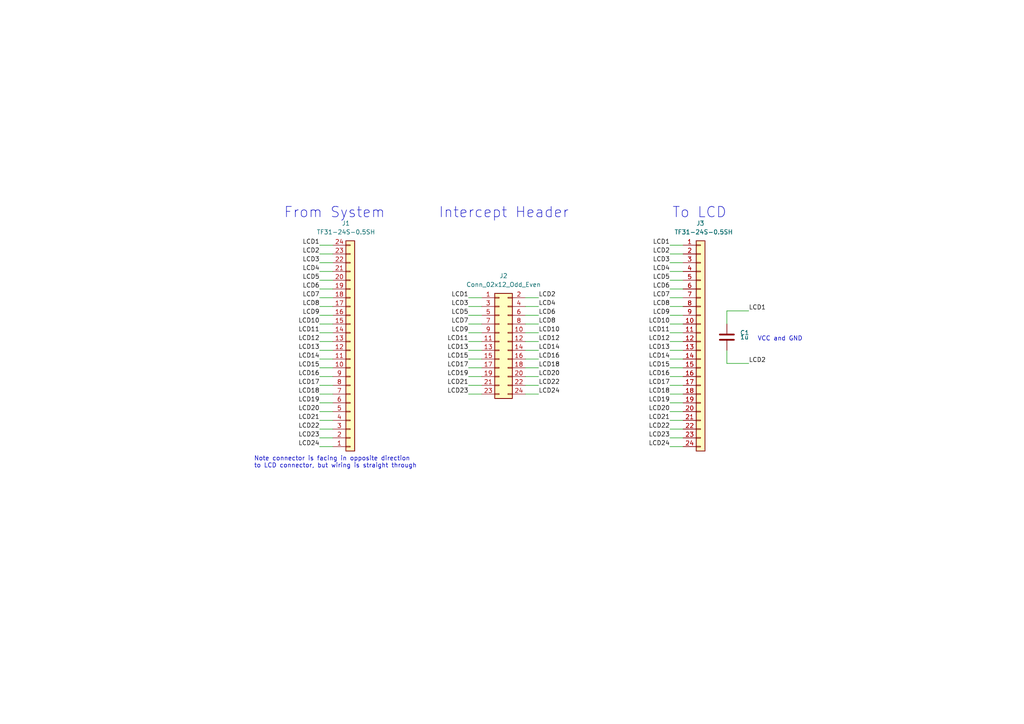
<source format=kicad_sch>
(kicad_sch (version 20201015) (generator eeschema)
  (paper "A4")
  (lib_symbols
    (symbol "Connector_Generic:Conn_01x24" (pin_names (offset 1.016) hide)
      (property "Reference" "J" (at 0 30.48 0))
      (property "Value" "Conn_01x24" (at 0 -33.02 0))
      (symbol "Conn_01x24_1_1"
        (rectangle (start -1.27 -27.813) (end 0 -28.067) (stroke (width 0.1524)))
        (rectangle (start -1.27 -30.353) (end 0 -30.607) (stroke (width 0.1524)))
        (rectangle (start -1.27 -4.953) (end 0 -5.207) (stroke (width 0.1524)))
        (rectangle (start -1.27 -7.493) (end 0 -7.747) (stroke (width 0.1524)))
        (rectangle (start -1.27 -10.033) (end 0 -10.287) (stroke (width 0.1524)))
        (rectangle (start -1.27 -12.573) (end 0 -12.827) (stroke (width 0.1524)))
        (rectangle (start -1.27 -15.113) (end 0 -15.367) (stroke (width 0.1524)))
        (rectangle (start -1.27 -17.653) (end 0 -17.907) (stroke (width 0.1524)))
        (rectangle (start -1.27 -20.193) (end 0 -20.447) (stroke (width 0.1524)))
        (rectangle (start -1.27 -22.733) (end 0 -22.987) (stroke (width 0.1524)))
        (rectangle (start -1.27 -2.413) (end 0 -2.667) (stroke (width 0.1524)))
        (rectangle (start -1.27 -25.273) (end 0 -25.527) (stroke (width 0.1524)))
        (rectangle (start -1.27 25.527) (end 0 25.273) (stroke (width 0.1524)))
        (rectangle (start -1.27 2.667) (end 0 2.413) (stroke (width 0.1524)))
        (rectangle (start -1.27 28.067) (end 0 27.813) (stroke (width 0.1524)))
        (rectangle (start -1.27 29.21) (end 1.27 -31.75) (stroke (width 0.254)) (fill (type background)))
        (rectangle (start -1.27 5.207) (end 0 4.953) (stroke (width 0.1524)))
        (rectangle (start -1.27 7.747) (end 0 7.493) (stroke (width 0.1524)))
        (rectangle (start -1.27 10.287) (end 0 10.033) (stroke (width 0.1524)))
        (rectangle (start -1.27 0.127) (end 0 -0.127) (stroke (width 0.1524)))
        (rectangle (start -1.27 12.827) (end 0 12.573) (stroke (width 0.1524)))
        (rectangle (start -1.27 15.367) (end 0 15.113) (stroke (width 0.1524)))
        (rectangle (start -1.27 17.907) (end 0 17.653) (stroke (width 0.1524)))
        (rectangle (start -1.27 20.447) (end 0 20.193) (stroke (width 0.1524)))
        (rectangle (start -1.27 22.987) (end 0 22.733) (stroke (width 0.1524)))
        (pin passive line (at -5.08 27.94 0) (length 3.81) (name "Pin_1") (number "1"))
        (pin passive line (at -5.08 5.08 0) (length 3.81) (name "Pin_10") (number "10"))
        (pin passive line (at -5.08 2.54 0) (length 3.81) (name "Pin_11") (number "11"))
        (pin passive line (at -5.08 0 0) (length 3.81) (name "Pin_12") (number "12"))
        (pin passive line (at -5.08 -2.54 0) (length 3.81) (name "Pin_13") (number "13"))
        (pin passive line (at -5.08 -5.08 0) (length 3.81) (name "Pin_14") (number "14"))
        (pin passive line (at -5.08 -7.62 0) (length 3.81) (name "Pin_15") (number "15"))
        (pin passive line (at -5.08 -10.16 0) (length 3.81) (name "Pin_16") (number "16"))
        (pin passive line (at -5.08 -12.7 0) (length 3.81) (name "Pin_17") (number "17"))
        (pin passive line (at -5.08 -15.24 0) (length 3.81) (name "Pin_18") (number "18"))
        (pin passive line (at -5.08 -17.78 0) (length 3.81) (name "Pin_19") (number "19"))
        (pin passive line (at -5.08 25.4 0) (length 3.81) (name "Pin_2") (number "2"))
        (pin passive line (at -5.08 -20.32 0) (length 3.81) (name "Pin_20") (number "20"))
        (pin passive line (at -5.08 -22.86 0) (length 3.81) (name "Pin_21") (number "21"))
        (pin passive line (at -5.08 -25.4 0) (length 3.81) (name "Pin_22") (number "22"))
        (pin passive line (at -5.08 -27.94 0) (length 3.81) (name "Pin_23") (number "23"))
        (pin passive line (at -5.08 -30.48 0) (length 3.81) (name "Pin_24") (number "24"))
        (pin passive line (at -5.08 22.86 0) (length 3.81) (name "Pin_3") (number "3"))
        (pin passive line (at -5.08 20.32 0) (length 3.81) (name "Pin_4") (number "4"))
        (pin passive line (at -5.08 17.78 0) (length 3.81) (name "Pin_5") (number "5"))
        (pin passive line (at -5.08 15.24 0) (length 3.81) (name "Pin_6") (number "6"))
        (pin passive line (at -5.08 12.7 0) (length 3.81) (name "Pin_7") (number "7"))
        (pin passive line (at -5.08 10.16 0) (length 3.81) (name "Pin_8") (number "8"))
        (pin passive line (at -5.08 7.62 0) (length 3.81) (name "Pin_9") (number "9"))
      )
    )
    (symbol "Connector_Generic:Conn_02x12_Odd_Even" (pin_names (offset 1.016) hide)
      (property "Reference" "J" (at 1.27 15.24 0))
      (property "Value" "Conn_02x12_Odd_Even" (at 1.27 -17.78 0))
      (symbol "Conn_02x12_Odd_Even_1_1"
        (rectangle (start -1.27 -4.953) (end 0 -5.207) (stroke (width 0.1524)))
        (rectangle (start -1.27 -7.493) (end 0 -7.747) (stroke (width 0.1524)))
        (rectangle (start -1.27 -10.033) (end 0 -10.287) (stroke (width 0.1524)))
        (rectangle (start -1.27 -12.573) (end 0 -12.827) (stroke (width 0.1524)))
        (rectangle (start -1.27 -15.113) (end 0 -15.367) (stroke (width 0.1524)))
        (rectangle (start -1.27 -2.413) (end 0 -2.667) (stroke (width 0.1524)))
        (rectangle (start -1.27 2.667) (end 0 2.413) (stroke (width 0.1524)))
        (rectangle (start -1.27 5.207) (end 0 4.953) (stroke (width 0.1524)))
        (rectangle (start -1.27 7.747) (end 0 7.493) (stroke (width 0.1524)))
        (rectangle (start -1.27 10.287) (end 0 10.033) (stroke (width 0.1524)))
        (rectangle (start -1.27 0.127) (end 0 -0.127) (stroke (width 0.1524)))
        (rectangle (start -1.27 12.827) (end 0 12.573) (stroke (width 0.1524)))
        (rectangle (start -1.27 13.97) (end 3.81 -16.51) (stroke (width 0.254)) (fill (type background)))
        (rectangle (start 3.81 -4.953) (end 2.54 -5.207) (stroke (width 0.1524)))
        (rectangle (start 3.81 -7.493) (end 2.54 -7.747) (stroke (width 0.1524)))
        (rectangle (start 3.81 -10.033) (end 2.54 -10.287) (stroke (width 0.1524)))
        (rectangle (start 3.81 -12.573) (end 2.54 -12.827) (stroke (width 0.1524)))
        (rectangle (start 3.81 -15.113) (end 2.54 -15.367) (stroke (width 0.1524)))
        (rectangle (start 3.81 -2.413) (end 2.54 -2.667) (stroke (width 0.1524)))
        (rectangle (start 3.81 2.667) (end 2.54 2.413) (stroke (width 0.1524)))
        (rectangle (start 3.81 5.207) (end 2.54 4.953) (stroke (width 0.1524)))
        (rectangle (start 3.81 7.747) (end 2.54 7.493) (stroke (width 0.1524)))
        (rectangle (start 3.81 10.287) (end 2.54 10.033) (stroke (width 0.1524)))
        (rectangle (start 3.81 0.127) (end 2.54 -0.127) (stroke (width 0.1524)))
        (rectangle (start 3.81 12.827) (end 2.54 12.573) (stroke (width 0.1524)))
        (pin passive line (at -5.08 12.7 0) (length 3.81) (name "Pin_1") (number "1"))
        (pin passive line (at 7.62 2.54 180) (length 3.81) (name "Pin_10") (number "10"))
        (pin passive line (at -5.08 0 0) (length 3.81) (name "Pin_11") (number "11"))
        (pin passive line (at 7.62 0 180) (length 3.81) (name "Pin_12") (number "12"))
        (pin passive line (at -5.08 -2.54 0) (length 3.81) (name "Pin_13") (number "13"))
        (pin passive line (at 7.62 -2.54 180) (length 3.81) (name "Pin_14") (number "14"))
        (pin passive line (at -5.08 -5.08 0) (length 3.81) (name "Pin_15") (number "15"))
        (pin passive line (at 7.62 -5.08 180) (length 3.81) (name "Pin_16") (number "16"))
        (pin passive line (at -5.08 -7.62 0) (length 3.81) (name "Pin_17") (number "17"))
        (pin passive line (at 7.62 -7.62 180) (length 3.81) (name "Pin_18") (number "18"))
        (pin passive line (at -5.08 -10.16 0) (length 3.81) (name "Pin_19") (number "19"))
        (pin passive line (at 7.62 12.7 180) (length 3.81) (name "Pin_2") (number "2"))
        (pin passive line (at 7.62 -10.16 180) (length 3.81) (name "Pin_20") (number "20"))
        (pin passive line (at -5.08 -12.7 0) (length 3.81) (name "Pin_21") (number "21"))
        (pin passive line (at 7.62 -12.7 180) (length 3.81) (name "Pin_22") (number "22"))
        (pin passive line (at -5.08 -15.24 0) (length 3.81) (name "Pin_23") (number "23"))
        (pin passive line (at 7.62 -15.24 180) (length 3.81) (name "Pin_24") (number "24"))
        (pin passive line (at -5.08 10.16 0) (length 3.81) (name "Pin_3") (number "3"))
        (pin passive line (at 7.62 10.16 180) (length 3.81) (name "Pin_4") (number "4"))
        (pin passive line (at -5.08 7.62 0) (length 3.81) (name "Pin_5") (number "5"))
        (pin passive line (at 7.62 7.62 180) (length 3.81) (name "Pin_6") (number "6"))
        (pin passive line (at -5.08 5.08 0) (length 3.81) (name "Pin_7") (number "7"))
        (pin passive line (at 7.62 5.08 180) (length 3.81) (name "Pin_8") (number "8"))
        (pin passive line (at -5.08 2.54 0) (length 3.81) (name "Pin_9") (number "9"))
      )
    )
    (symbol "Device:C" (pin_numbers hide) (pin_names (offset 0.254))
      (property "Reference" "C" (at 0.635 2.54 0))
      (property "Value" "C" (at 0.635 -2.54 0))
      (symbol "C_0_1"
        (polyline (pts (xy -2.032 -0.762) (xy 2.032 -0.762)) (stroke (width 0.508)))
        (polyline (pts (xy -2.032 0.762) (xy 2.032 0.762)) (stroke (width 0.508)))
      )
      (symbol "C_1_1"
        (pin passive line (at 0 3.81 270) (length 2.794) (name "~") (number "1"))
        (pin passive line (at 0 -3.81 90) (length 2.794) (name "~") (number "2"))
      )
    )
  )
  (wire (pts (xy 92.71 71.12) (xy 96.52 71.12)))
  (wire (pts (xy 92.71 73.66) (xy 96.52 73.66)))
  (wire (pts (xy 92.71 76.2) (xy 96.52 76.2)))
  (wire (pts (xy 92.71 78.74) (xy 96.52 78.74)))
  (wire (pts (xy 92.71 81.28) (xy 96.52 81.28)))
  (wire (pts (xy 92.71 83.82) (xy 96.52 83.82)))
  (wire (pts (xy 92.71 86.36) (xy 96.52 86.36)))
  (wire (pts (xy 92.71 88.9) (xy 96.52 88.9)))
  (wire (pts (xy 92.71 91.44) (xy 96.52 91.44)))
  (wire (pts (xy 92.71 93.98) (xy 96.52 93.98)))
  (wire (pts (xy 92.71 96.52) (xy 96.52 96.52)))
  (wire (pts (xy 92.71 99.06) (xy 96.52 99.06)))
  (wire (pts (xy 92.71 101.6) (xy 96.52 101.6)))
  (wire (pts (xy 92.71 104.14) (xy 96.52 104.14)))
  (wire (pts (xy 92.71 106.68) (xy 96.52 106.68)))
  (wire (pts (xy 92.71 109.22) (xy 96.52 109.22)))
  (wire (pts (xy 92.71 111.76) (xy 96.52 111.76)))
  (wire (pts (xy 92.71 114.3) (xy 96.52 114.3)))
  (wire (pts (xy 92.71 116.84) (xy 96.52 116.84)))
  (wire (pts (xy 92.71 119.38) (xy 96.52 119.38)))
  (wire (pts (xy 92.71 121.92) (xy 96.52 121.92)))
  (wire (pts (xy 92.71 124.46) (xy 96.52 124.46)))
  (wire (pts (xy 92.71 127) (xy 96.52 127)))
  (wire (pts (xy 92.71 129.54) (xy 96.52 129.54)))
  (wire (pts (xy 135.89 86.36) (xy 139.7 86.36)))
  (wire (pts (xy 135.89 88.9) (xy 139.7 88.9)))
  (wire (pts (xy 135.89 91.44) (xy 139.7 91.44)))
  (wire (pts (xy 135.89 93.98) (xy 139.7 93.98)))
  (wire (pts (xy 135.89 96.52) (xy 139.7 96.52)))
  (wire (pts (xy 135.89 99.06) (xy 139.7 99.06)))
  (wire (pts (xy 135.89 101.6) (xy 139.7 101.6)))
  (wire (pts (xy 135.89 104.14) (xy 139.7 104.14)))
  (wire (pts (xy 135.89 106.68) (xy 139.7 106.68)))
  (wire (pts (xy 135.89 109.22) (xy 139.7 109.22)))
  (wire (pts (xy 135.89 111.76) (xy 139.7 111.76)))
  (wire (pts (xy 135.89 114.3) (xy 139.7 114.3)))
  (wire (pts (xy 152.4 86.36) (xy 156.21 86.36)))
  (wire (pts (xy 152.4 88.9) (xy 156.21 88.9)))
  (wire (pts (xy 152.4 91.44) (xy 156.21 91.44)))
  (wire (pts (xy 152.4 93.98) (xy 156.21 93.98)))
  (wire (pts (xy 152.4 96.52) (xy 156.21 96.52)))
  (wire (pts (xy 152.4 99.06) (xy 156.21 99.06)))
  (wire (pts (xy 152.4 101.6) (xy 156.21 101.6)))
  (wire (pts (xy 152.4 104.14) (xy 156.21 104.14)))
  (wire (pts (xy 152.4 106.68) (xy 156.21 106.68)))
  (wire (pts (xy 152.4 109.22) (xy 156.21 109.22)))
  (wire (pts (xy 152.4 111.76) (xy 156.21 111.76)))
  (wire (pts (xy 152.4 114.3) (xy 156.21 114.3)))
  (wire (pts (xy 194.31 71.12) (xy 198.12 71.12)))
  (wire (pts (xy 194.31 73.66) (xy 198.12 73.66)))
  (wire (pts (xy 194.31 76.2) (xy 198.12 76.2)))
  (wire (pts (xy 194.31 78.74) (xy 198.12 78.74)))
  (wire (pts (xy 194.31 81.28) (xy 198.12 81.28)))
  (wire (pts (xy 194.31 83.82) (xy 198.12 83.82)))
  (wire (pts (xy 194.31 86.36) (xy 198.12 86.36)))
  (wire (pts (xy 194.31 88.9) (xy 198.12 88.9)))
  (wire (pts (xy 194.31 91.44) (xy 198.12 91.44)))
  (wire (pts (xy 194.31 93.98) (xy 198.12 93.98)))
  (wire (pts (xy 194.31 96.52) (xy 198.12 96.52)))
  (wire (pts (xy 194.31 99.06) (xy 198.12 99.06)))
  (wire (pts (xy 194.31 101.6) (xy 198.12 101.6)))
  (wire (pts (xy 194.31 104.14) (xy 198.12 104.14)))
  (wire (pts (xy 194.31 106.68) (xy 198.12 106.68)))
  (wire (pts (xy 194.31 109.22) (xy 198.12 109.22)))
  (wire (pts (xy 194.31 111.76) (xy 198.12 111.76)))
  (wire (pts (xy 194.31 114.3) (xy 198.12 114.3)))
  (wire (pts (xy 194.31 116.84) (xy 198.12 116.84)))
  (wire (pts (xy 194.31 119.38) (xy 198.12 119.38)))
  (wire (pts (xy 194.31 121.92) (xy 198.12 121.92)))
  (wire (pts (xy 194.31 124.46) (xy 198.12 124.46)))
  (wire (pts (xy 194.31 127) (xy 198.12 127)))
  (wire (pts (xy 194.31 129.54) (xy 198.12 129.54)))
  (wire (pts (xy 210.82 90.17) (xy 217.17 90.17)))
  (wire (pts (xy 210.82 93.98) (xy 210.82 90.17)))
  (wire (pts (xy 210.82 101.6) (xy 210.82 105.41)))
  (wire (pts (xy 210.82 105.41) (xy 217.17 105.41)))
  (text "Note connector is facing in opposite direction\nto LCD connector, but wiring is straight through" (at 73.66 135.89 0) (effects (font (size 1.27 1.27)) (justify left bottom)))
  (text "From System\n" (at 111.76 63.5 180) (effects (font (size 3 3)) (justify right bottom)))
  (text "Intercept Header" (at 165.1 63.5 180) (effects (font (size 3 3)) (justify right bottom)))
  (text "To LCD" (at 210.82 63.5 180) (effects (font (size 3 3)) (justify right bottom)))
  (text "VCC and GND" (at 219.71 99.06 0) (effects (font (size 1.27 1.27)) (justify left bottom)))
  (label "LCD1" (at 92.71 71.12 180))
  (label "LCD2" (at 92.71 73.66 180))
  (label "LCD3" (at 92.71 76.2 180))
  (label "LCD4" (at 92.71 78.74 180))
  (label "LCD5" (at 92.71 81.28 180))
  (label "LCD6" (at 92.71 83.82 180))
  (label "LCD7" (at 92.71 86.36 180))
  (label "LCD8" (at 92.71 88.9 180))
  (label "LCD9" (at 92.71 91.44 180))
  (label "LCD10" (at 92.71 93.98 180))
  (label "LCD11" (at 92.71 96.52 180))
  (label "LCD12" (at 92.71 99.06 180))
  (label "LCD13" (at 92.71 101.6 180))
  (label "LCD14" (at 92.71 104.14 180))
  (label "LCD15" (at 92.71 106.68 180))
  (label "LCD16" (at 92.71 109.22 180))
  (label "LCD17" (at 92.71 111.76 180))
  (label "LCD18" (at 92.71 114.3 180))
  (label "LCD19" (at 92.71 116.84 180))
  (label "LCD20" (at 92.71 119.38 180))
  (label "LCD21" (at 92.71 121.92 180))
  (label "LCD22" (at 92.71 124.46 180))
  (label "LCD23" (at 92.71 127 180))
  (label "LCD24" (at 92.71 129.54 180))
  (label "LCD1" (at 135.89 86.36 180))
  (label "LCD3" (at 135.89 88.9 180))
  (label "LCD5" (at 135.89 91.44 180))
  (label "LCD7" (at 135.89 93.98 180))
  (label "LCD9" (at 135.89 96.52 180))
  (label "LCD11" (at 135.89 99.06 180))
  (label "LCD13" (at 135.89 101.6 180))
  (label "LCD15" (at 135.89 104.14 180))
  (label "LCD17" (at 135.89 106.68 180))
  (label "LCD19" (at 135.89 109.22 180))
  (label "LCD21" (at 135.89 111.76 180))
  (label "LCD23" (at 135.89 114.3 180))
  (label "LCD2" (at 156.21 86.36 0))
  (label "LCD4" (at 156.21 88.9 0))
  (label "LCD6" (at 156.21 91.44 0))
  (label "LCD8" (at 156.21 93.98 0))
  (label "LCD10" (at 156.21 96.52 0))
  (label "LCD12" (at 156.21 99.06 0))
  (label "LCD14" (at 156.21 101.6 0))
  (label "LCD16" (at 156.21 104.14 0))
  (label "LCD18" (at 156.21 106.68 0))
  (label "LCD20" (at 156.21 109.22 0))
  (label "LCD22" (at 156.21 111.76 0))
  (label "LCD24" (at 156.21 114.3 0))
  (label "LCD1" (at 194.31 71.12 180))
  (label "LCD2" (at 194.31 73.66 180))
  (label "LCD3" (at 194.31 76.2 180))
  (label "LCD4" (at 194.31 78.74 180))
  (label "LCD5" (at 194.31 81.28 180))
  (label "LCD6" (at 194.31 83.82 180))
  (label "LCD7" (at 194.31 86.36 180))
  (label "LCD8" (at 194.31 88.9 180))
  (label "LCD9" (at 194.31 91.44 180))
  (label "LCD10" (at 194.31 93.98 180))
  (label "LCD11" (at 194.31 96.52 180))
  (label "LCD12" (at 194.31 99.06 180))
  (label "LCD13" (at 194.31 101.6 180))
  (label "LCD14" (at 194.31 104.14 180))
  (label "LCD15" (at 194.31 106.68 180))
  (label "LCD16" (at 194.31 109.22 180))
  (label "LCD17" (at 194.31 111.76 180))
  (label "LCD18" (at 194.31 114.3 180))
  (label "LCD19" (at 194.31 116.84 180))
  (label "LCD20" (at 194.31 119.38 180))
  (label "LCD21" (at 194.31 121.92 180))
  (label "LCD22" (at 194.31 124.46 180))
  (label "LCD23" (at 194.31 127 180))
  (label "LCD24" (at 194.31 129.54 180))
  (label "LCD1" (at 217.17 90.17 0))
  (label "LCD2" (at 217.17 105.41 0))
  (symbol (lib_id "Device:C") (at 210.82 97.79 0) (unit 1)
    (property "Reference" "C1" (at 214.63 96.52 0) (effects (justify left)))
    (property "Value" "1u" (at 214.63 97.79 0) (effects (justify left)))
    (property "Footprint" "Capacitor_SMD:C_0402_1005Metric" (effects hide))
  )
  (symbol (lib_id "Connector_Generic:Conn_02x12_Odd_Even") (at 144.78 99.06 0) (unit 1)
    (property "Reference" "J2" (at 146.05 80.01 0))
    (property "Value" "Conn_02x12_Odd_Even" (at 146.05 82.55 0))
    (property "Footprint" "Connector_PinHeader_2.54mm:PinHeader_2x12_P2.54mm_Vertical" (effects hide))
  )
  (symbol (lib_id "Connector_Generic:Conn_01x24") (at 101.6 101.6 0) (mirror x) (unit 1)
    (property "Reference" "J1" (at 100.33 64.77 0))
    (property "Value" "TF31-24S-0.5SH" (at 100.33 67.31 0))
    (property "Footprint" "24pin_flex_interposer:FPC_24" (effects hide))
  )
  (symbol (lib_id "Connector_Generic:Conn_01x24") (at 203.2 99.06 0) (unit 1)
    (property "Reference" "J3" (at 201.93 64.77 0) (effects (justify left)))
    (property "Value" "TF31-24S-0.5SH" (at 195.58 67.31 0) (effects (justify left)))
    (property "Footprint" "24pin_flex_interposer:FPC_24" (effects hide))
  )
)
</source>
